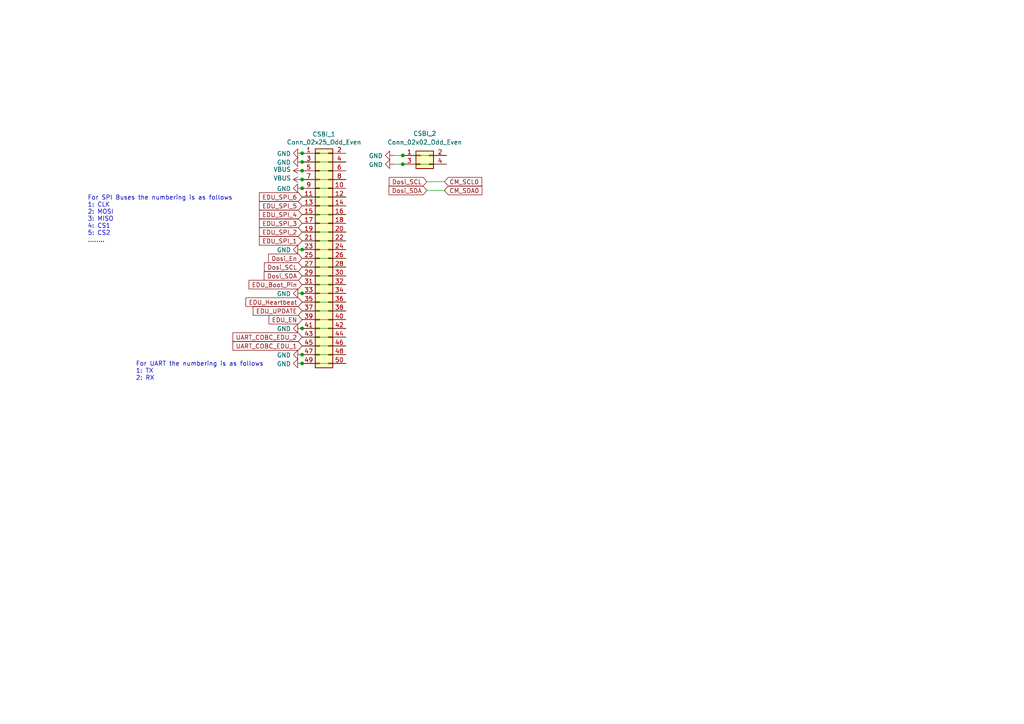
<source format=kicad_sch>
(kicad_sch (version 20230121) (generator eeschema)
  (paper "A4")
  (title_block (title "STS1_connectors") (date "21.02.2021") (rev "1.0") (company "TU Wien Space Team"))
  (lib_symbols
    (symbol "Connector_Generic:Conn_02x02_Odd_Even" (pin_names (offset 1.016) hide)
      (property "Reference" "J" (at 1.27 2.54 0))
      (property "Value" "Conn_02x02_Odd_Even" (at 1.27 -5.08 0))
      (symbol "Conn_02x02_Odd_Even_1_1"
        (rectangle (start -1.27 -2.413) (end 0 -2.667) (stroke (width 0.1524)))
        (rectangle (start -1.27 0.127) (end 0 -0.127) (stroke (width 0.1524)))
        (rectangle (start -1.27 1.27) (end 3.81 -3.81) (stroke (width 0.254)) (fill (type background)))
        (rectangle (start 3.81 -2.413) (end 2.54 -2.667) (stroke (width 0.1524)))
        (rectangle (start 3.81 0.127) (end 2.54 -0.127) (stroke (width 0.1524)))
        (pin passive line (at -5.08 0 0) (length 3.81) (name "Pin_1") (number "1"))
        (pin passive line (at 7.62 0 180) (length 3.81) (name "Pin_2") (number "2"))
        (pin passive line (at -5.08 -2.54 0) (length 3.81) (name "Pin_3") (number "3"))
        (pin passive line (at 7.62 -2.54 180) (length 3.81) (name "Pin_4") (number "4"))
      )
    )
    (symbol "Connector_Generic:Conn_02x25_Odd_Even" (pin_names (offset 1.016) hide)
      (property "Reference" "J" (at 1.27 33.02 0))
      (property "Value" "Conn_02x25_Odd_Even" (at 1.27 -33.02 0))
      (symbol "Conn_02x25_Odd_Even_1_1"
        (rectangle (start -1.27 -30.353) (end 0 -30.607) (stroke (width 0.1524)))
        (rectangle (start -1.27 -27.813) (end 0 -28.067) (stroke (width 0.1524)))
        (rectangle (start -1.27 -25.273) (end 0 -25.527) (stroke (width 0.1524)))
        (rectangle (start -1.27 -22.733) (end 0 -22.987) (stroke (width 0.1524)))
        (rectangle (start -1.27 -20.193) (end 0 -20.447) (stroke (width 0.1524)))
        (rectangle (start -1.27 -17.653) (end 0 -17.907) (stroke (width 0.1524)))
        (rectangle (start -1.27 -15.113) (end 0 -15.367) (stroke (width 0.1524)))
        (rectangle (start -1.27 -12.573) (end 0 -12.827) (stroke (width 0.1524)))
        (rectangle (start -1.27 -10.033) (end 0 -10.287) (stroke (width 0.1524)))
        (rectangle (start -1.27 -7.493) (end 0 -7.747) (stroke (width 0.1524)))
        (rectangle (start -1.27 -4.953) (end 0 -5.207) (stroke (width 0.1524)))
        (rectangle (start -1.27 -2.413) (end 0 -2.667) (stroke (width 0.1524)))
        (rectangle (start -1.27 0.127) (end 0 -0.127) (stroke (width 0.1524)))
        (rectangle (start -1.27 2.667) (end 0 2.413) (stroke (width 0.1524)))
        (rectangle (start -1.27 5.207) (end 0 4.953) (stroke (width 0.1524)))
        (rectangle (start -1.27 7.747) (end 0 7.493) (stroke (width 0.1524)))
        (rectangle (start -1.27 10.287) (end 0 10.033) (stroke (width 0.1524)))
        (rectangle (start -1.27 12.827) (end 0 12.573) (stroke (width 0.1524)))
        (rectangle (start -1.27 15.367) (end 0 15.113) (stroke (width 0.1524)))
        (rectangle (start -1.27 17.907) (end 0 17.653) (stroke (width 0.1524)))
        (rectangle (start -1.27 20.447) (end 0 20.193) (stroke (width 0.1524)))
        (rectangle (start -1.27 22.987) (end 0 22.733) (stroke (width 0.1524)))
        (rectangle (start -1.27 25.527) (end 0 25.273) (stroke (width 0.1524)))
        (rectangle (start -1.27 28.067) (end 0 27.813) (stroke (width 0.1524)))
        (rectangle (start -1.27 30.607) (end 0 30.353) (stroke (width 0.1524)))
        (rectangle (start -1.27 31.75) (end 3.81 -31.75) (stroke (width 0.254)) (fill (type background)))
        (rectangle (start 3.81 -30.353) (end 2.54 -30.607) (stroke (width 0.1524)))
        (rectangle (start 3.81 -27.813) (end 2.54 -28.067) (stroke (width 0.1524)))
        (rectangle (start 3.81 -25.273) (end 2.54 -25.527) (stroke (width 0.1524)))
        (rectangle (start 3.81 -22.733) (end 2.54 -22.987) (stroke (width 0.1524)))
        (rectangle (start 3.81 -20.193) (end 2.54 -20.447) (stroke (width 0.1524)))
        (rectangle (start 3.81 -17.653) (end 2.54 -17.907) (stroke (width 0.1524)))
        (rectangle (start 3.81 -15.113) (end 2.54 -15.367) (stroke (width 0.1524)))
        (rectangle (start 3.81 -12.573) (end 2.54 -12.827) (stroke (width 0.1524)))
        (rectangle (start 3.81 -10.033) (end 2.54 -10.287) (stroke (width 0.1524)))
        (rectangle (start 3.81 -7.493) (end 2.54 -7.747) (stroke (width 0.1524)))
        (rectangle (start 3.81 -4.953) (end 2.54 -5.207) (stroke (width 0.1524)))
        (rectangle (start 3.81 -2.413) (end 2.54 -2.667) (stroke (width 0.1524)))
        (rectangle (start 3.81 0.127) (end 2.54 -0.127) (stroke (width 0.1524)))
        (rectangle (start 3.81 2.667) (end 2.54 2.413) (stroke (width 0.1524)))
        (rectangle (start 3.81 5.207) (end 2.54 4.953) (stroke (width 0.1524)))
        (rectangle (start 3.81 7.747) (end 2.54 7.493) (stroke (width 0.1524)))
        (rectangle (start 3.81 10.287) (end 2.54 10.033) (stroke (width 0.1524)))
        (rectangle (start 3.81 12.827) (end 2.54 12.573) (stroke (width 0.1524)))
        (rectangle (start 3.81 15.367) (end 2.54 15.113) (stroke (width 0.1524)))
        (rectangle (start 3.81 17.907) (end 2.54 17.653) (stroke (width 0.1524)))
        (rectangle (start 3.81 20.447) (end 2.54 20.193) (stroke (width 0.1524)))
        (rectangle (start 3.81 22.987) (end 2.54 22.733) (stroke (width 0.1524)))
        (rectangle (start 3.81 25.527) (end 2.54 25.273) (stroke (width 0.1524)))
        (rectangle (start 3.81 28.067) (end 2.54 27.813) (stroke (width 0.1524)))
        (rectangle (start 3.81 30.607) (end 2.54 30.353) (stroke (width 0.1524)))
        (pin passive line (at -5.08 30.48 0) (length 3.81) (name "Pin_1") (number "1"))
        (pin passive line (at 7.62 20.32 180) (length 3.81) (name "Pin_10") (number "10"))
        (pin passive line (at -5.08 17.78 0) (length 3.81) (name "Pin_11") (number "11"))
        (pin passive line (at 7.62 17.78 180) (length 3.81) (name "Pin_12") (number "12"))
        (pin passive line (at -5.08 15.24 0) (length 3.81) (name "Pin_13") (number "13"))
        (pin passive line (at 7.62 15.24 180) (length 3.81) (name "Pin_14") (number "14"))
        (pin passive line (at -5.08 12.7 0) (length 3.81) (name "Pin_15") (number "15"))
        (pin passive line (at 7.62 12.7 180) (length 3.81) (name "Pin_16") (number "16"))
        (pin passive line (at -5.08 10.16 0) (length 3.81) (name "Pin_17") (number "17"))
        (pin passive line (at 7.62 10.16 180) (length 3.81) (name "Pin_18") (number "18"))
        (pin passive line (at -5.08 7.62 0) (length 3.81) (name "Pin_19") (number "19"))
        (pin passive line (at 7.62 30.48 180) (length 3.81) (name "Pin_2") (number "2"))
        (pin passive line (at 7.62 7.62 180) (length 3.81) (name "Pin_20") (number "20"))
        (pin passive line (at -5.08 5.08 0) (length 3.81) (name "Pin_21") (number "21"))
        (pin passive line (at 7.62 5.08 180) (length 3.81) (name "Pin_22") (number "22"))
        (pin passive line (at -5.08 2.54 0) (length 3.81) (name "Pin_23") (number "23"))
        (pin passive line (at 7.62 2.54 180) (length 3.81) (name "Pin_24") (number "24"))
        (pin passive line (at -5.08 0 0) (length 3.81) (name "Pin_25") (number "25"))
        (pin passive line (at 7.62 0 180) (length 3.81) (name "Pin_26") (number "26"))
        (pin passive line (at -5.08 -2.54 0) (length 3.81) (name "Pin_27") (number "27"))
        (pin passive line (at 7.62 -2.54 180) (length 3.81) (name "Pin_28") (number "28"))
        (pin passive line (at -5.08 -5.08 0) (length 3.81) (name "Pin_29") (number "29"))
        (pin passive line (at -5.08 27.94 0) (length 3.81) (name "Pin_3") (number "3"))
        (pin passive line (at 7.62 -5.08 180) (length 3.81) (name "Pin_30") (number "30"))
        (pin passive line (at -5.08 -7.62 0) (length 3.81) (name "Pin_31") (number "31"))
        (pin passive line (at 7.62 -7.62 180) (length 3.81) (name "Pin_32") (number "32"))
        (pin passive line (at -5.08 -10.16 0) (length 3.81) (name "Pin_33") (number "33"))
        (pin passive line (at 7.62 -10.16 180) (length 3.81) (name "Pin_34") (number "34"))
        (pin passive line (at -5.08 -12.7 0) (length 3.81) (name "Pin_35") (number "35"))
        (pin passive line (at 7.62 -12.7 180) (length 3.81) (name "Pin_36") (number "36"))
        (pin passive line (at -5.08 -15.24 0) (length 3.81) (name "Pin_37") (number "37"))
        (pin passive line (at 7.62 -15.24 180) (length 3.81) (name "Pin_38") (number "38"))
        (pin passive line (at -5.08 -17.78 0) (length 3.81) (name "Pin_39") (number "39"))
        (pin passive line (at 7.62 27.94 180) (length 3.81) (name "Pin_4") (number "4"))
        (pin passive line (at 7.62 -17.78 180) (length 3.81) (name "Pin_40") (number "40"))
        (pin passive line (at -5.08 -20.32 0) (length 3.81) (name "Pin_41") (number "41"))
        (pin passive line (at 7.62 -20.32 180) (length 3.81) (name "Pin_42") (number "42"))
        (pin passive line (at -5.08 -22.86 0) (length 3.81) (name "Pin_43") (number "43"))
        (pin passive line (at 7.62 -22.86 180) (length 3.81) (name "Pin_44") (number "44"))
        (pin passive line (at -5.08 -25.4 0) (length 3.81) (name "Pin_45") (number "45"))
        (pin passive line (at 7.62 -25.4 180) (length 3.81) (name "Pin_46") (number "46"))
        (pin passive line (at -5.08 -27.94 0) (length 3.81) (name "Pin_47") (number "47"))
        (pin passive line (at 7.62 -27.94 180) (length 3.81) (name "Pin_48") (number "48"))
        (pin passive line (at -5.08 -30.48 0) (length 3.81) (name "Pin_49") (number "49"))
        (pin passive line (at -5.08 25.4 0) (length 3.81) (name "Pin_5") (number "5"))
        (pin passive line (at 7.62 -30.48 180) (length 3.81) (name "Pin_50") (number "50"))
        (pin passive line (at 7.62 25.4 180) (length 3.81) (name "Pin_6") (number "6"))
        (pin passive line (at -5.08 22.86 0) (length 3.81) (name "Pin_7") (number "7"))
        (pin passive line (at 7.62 22.86 180) (length 3.81) (name "Pin_8") (number "8"))
        (pin passive line (at -5.08 20.32 0) (length 3.81) (name "Pin_9") (number "9"))
      )
    )
    (symbol "power:GND" (power) (pin_names (offset 0))
      (property "Value" "GND" (at 0 -3.81 0))
      (symbol "GND_0_1"
        (polyline (pts (xy 0 0) (xy 0 -1.27) (xy 1.27 -1.27) (xy 0 -2.54) (xy -1.27 -1.27) (xy 0 -1.27)))
      )
      (symbol "GND_1_1"
        (pin power_in line (at 0 0 270) (length 0) hide (name "GND") (number "1"))
      )
    )
    (symbol "power:VBUS" (power) (pin_names (offset 0))
      (property "Value" "VBUS" (at 0 3.81 0))
      (symbol "VBUS_0_1"
        (polyline (pts (xy -0.762 1.27) (xy 0 2.54)))
        (polyline (pts (xy 0 0) (xy 0 2.54)))
        (polyline (pts (xy 0 2.54) (xy 0.762 1.27)))
      )
      (symbol "VBUS_1_1"
        (pin power_in line (at 0 0 90) (length 0) hide (name "VBUS") (number "1"))
      )
    )
  )
  (junction (at 116.84 47.625))
  (junction (at 87.63 105.41))
  (junction (at 87.63 102.87))
  (junction (at 87.63 46.99))
  (junction (at 116.84 45.085))
  (junction (at 87.63 52.07))
  (junction (at 87.63 85.09))
  (junction (at 87.63 95.25))
  (junction (at 87.63 54.61))
  (junction (at 87.63 44.45))
  (junction (at 87.63 49.53))
  (junction (at 87.63 72.39))
  (wire (pts (xy 87.63 46.99) (xy 100.33 46.99)))
  (wire (pts (xy 87.63 97.79) (xy 100.33 97.79)))
  (wire (pts (xy 87.63 72.39) (xy 100.33 72.39)))
  (wire (pts (xy 87.63 85.09) (xy 100.33 85.09)))
  (wire (pts (xy 87.63 90.17) (xy 100.33 90.17)))
  (wire (pts (xy 128.905 52.705) (xy 123.825 52.705)))
  (wire (pts (xy 114.3 47.625) (xy 116.84 47.625)))
  (wire (pts (xy 87.63 82.55) (xy 100.33 82.55)))
  (wire (pts (xy 87.63 64.77) (xy 100.33 64.77)))
  (wire (pts (xy 87.63 62.23) (xy 100.33 62.23)))
  (wire (pts (xy 87.63 54.61) (xy 100.33 54.61)))
  (wire (pts (xy 87.63 80.01) (xy 100.33 80.01)))
  (wire (pts (xy 87.63 92.71) (xy 100.33 92.71)))
  (wire (pts (xy 87.63 74.93) (xy 100.33 74.93)))
  (wire (pts (xy 87.63 100.33) (xy 100.33 100.33)))
  (wire (pts (xy 87.63 95.25) (xy 100.33 95.25)))
  (wire (pts (xy 87.63 69.85) (xy 100.33 69.85)))
  (wire (pts (xy 87.63 67.31) (xy 100.33 67.31)))
  (wire (pts (xy 87.63 77.47) (xy 100.33 77.47)))
  (wire (pts (xy 87.63 87.63) (xy 100.33 87.63)))
  (wire (pts (xy 87.63 44.45) (xy 100.33 44.45)))
  (wire (pts (xy 116.84 47.625) (xy 129.54 47.625)))
  (wire (pts (xy 114.3 45.085) (xy 116.84 45.085)))
  (wire (pts (xy 128.905 55.245) (xy 123.825 55.245)))
  (wire (pts (xy 116.84 45.085) (xy 129.54 45.085)))
  (wire (pts (xy 87.63 52.07) (xy 100.33 52.07)))
  (wire (pts (xy 87.63 49.53) (xy 100.33 49.53)))
  (wire (pts (xy 87.63 102.87) (xy 100.33 102.87)))
  (wire (pts (xy 87.63 105.41) (xy 100.33 105.41)))
  (wire (pts (xy 87.63 57.15) (xy 100.33 57.15)))
  (wire (pts (xy 87.63 59.69) (xy 100.33 59.69)))
  (text "For SPI Buses the numbering is as follows\n1: CLK\n2: MOSI\n3: MISO\n4: CS1\n5: CS2\n........" (at 25.4 70.485 0) (effects (font (size 1.27 1.27)) (justify left bottom)))
  (text "For UART the numbering is as follows\n1: TX\n2: RX\n" (at 39.37 110.49 0) (effects (font (size 1.27 1.27)) (justify left bottom)))
  (global_label "Dosi_En" (shape input) (at 87.63 74.93 180) (property "Intersheetrefs" "${INTERSHEET_REFS}" (effects hide)))
  (global_label "EDU_SPI_2" (shape input) (at 87.63 67.31 180) (property "Intersheetrefs" "${INTERSHEET_REFS}" (effects hide)))
  (global_label "Dosi_SDA" (shape input) (at 123.825 55.245 180) (property "Intersheetrefs" "${INTERSHEET_REFS}" (effects hide)))
  (global_label "EDU_SPI_6" (shape input) (at 87.63 57.15 180) (property "Intersheetrefs" "${INTERSHEET_REFS}" (effects hide)))
  (global_label "EDU_SPI_4" (shape input) (at 87.63 62.23 180) (property "Intersheetrefs" "${INTERSHEET_REFS}" (effects hide)))
  (global_label "UART_COBC_EDU_2" (shape input) (at 87.63 97.79 180) (property "Intersheetrefs" "${INTERSHEET_REFS}" (effects hide)))
  (global_label "EDU_SPI_1" (shape input) (at 87.63 69.85 180) (property "Intersheetrefs" "${INTERSHEET_REFS}" (effects hide)))
  (global_label "Dosi_SCL" (shape input) (at 87.63 77.47 180) (property "Intersheetrefs" "${INTERSHEET_REFS}" (effects hide)))
  (global_label "EDU_Heartbeat" (shape input) (at 87.63 87.63 180) (property "Intersheetrefs" "${INTERSHEET_REFS}" (effects hide)))
  (global_label "EDU_UPDATE" (shape input) (at 87.63 90.17 180) (property "Intersheetrefs" "${INTERSHEET_REFS}" (effects hide)))
  (global_label "Dosi_SCL" (shape input) (at 123.825 52.705 180) (property "Intersheetrefs" "${INTERSHEET_REFS}" (effects hide)))
  (global_label "CM_SCL0" (shape input) (at 128.905 52.705 0) (property "Intersheetrefs" "${INTERSHEET_REFS}" (effects hide)))
  (global_label "CM_SDA0" (shape input) (at 128.905 55.245 0) (property "Intersheetrefs" "${INTERSHEET_REFS}" (effects hide)))
  (global_label "EDU_SPI_5" (shape input) (at 87.63 59.69 180) (property "Intersheetrefs" "${INTERSHEET_REFS}" (effects hide)))
  (global_label "EDU_Boot_Pin" (shape input) (at 87.63 82.55 180) (property "Intersheetrefs" "${INTERSHEET_REFS}" (effects hide)))
  (global_label "EDU_SPI_3" (shape input) (at 87.63 64.77 180) (property "Intersheetrefs" "${INTERSHEET_REFS}" (effects hide)))
  (global_label "Dosi_SDA" (shape input) (at 87.63 80.01 180) (property "Intersheetrefs" "${INTERSHEET_REFS}" (effects hide)))
  (global_label "UART_COBC_EDU_1" (shape input) (at 87.63 100.33 180) (property "Intersheetrefs" "${INTERSHEET_REFS}" (effects hide)))
  (global_label "EDU_EN" (shape input) (at 87.63 92.71 180) (property "Intersheetrefs" "${INTERSHEET_REFS}" (effects hide)))
  (symbol (lib_id "Connector_Generic:Conn_02x25_Odd_Even") (at 92.71 74.93 0) (unit 1)
    (property "Reference" "CSBI_1" (at 93.98 38.9382 0))
    (property "Value" "Conn_02x25_Odd_Even" (at 93.98 41.2496 0))
    (property "Footprint" "Connector_PinHeader_2.00mm:PinHeader_2x25_P2.00mm_Vertical" (effects hide))
  )
  (symbol (lib_id "power:GND") (at 87.63 44.45 270) (unit 1)
    (property "Reference" "#PWR0105" (effects hide))
    (property "Value" "GND" (at 84.3788 44.577 90) (effects (justify right)))
  )
  (symbol (lib_id "power:GND") (at 87.63 46.99 270) (unit 1)
    (property "Reference" "#PWR0106" (effects hide))
    (property "Value" "GND" (at 84.3788 47.117 90) (effects (justify right)))
  )
  (symbol (lib_id "power:VBUS") (at 87.63 49.53 90) (unit 1)
    (property "Reference" "#PWR0107" (effects hide))
    (property "Value" "VBUS" (at 84.4042 49.149 90) (effects (justify left)))
  )
  (symbol (lib_id "power:VBUS") (at 87.63 52.07 90) (unit 1)
    (property "Reference" "#PWR0108" (effects hide))
    (property "Value" "VBUS" (at 84.4042 51.689 90) (effects (justify left)))
  )
  (symbol (lib_id "power:GND") (at 87.63 54.61 270) (unit 1)
    (property "Reference" "#PWR0109" (effects hide))
    (property "Value" "GND" (at 84.3788 54.737 90) (effects (justify right)))
  )
  (symbol (lib_id "power:GND") (at 87.63 85.09 270) (unit 1)
    (property "Reference" "#PWR0111" (effects hide))
    (property "Value" "GND" (at 84.3788 85.217 90) (effects (justify right)))
  )
  (symbol (lib_id "power:GND") (at 87.63 102.87 270) (unit 1)
    (property "Reference" "#PWR0113" (effects hide))
    (property "Value" "GND" (at 84.3788 102.997 90) (effects (justify right)))
  )
  (symbol (lib_id "power:GND") (at 87.63 105.41 270) (unit 1)
    (property "Reference" "#PWR0114" (effects hide))
    (property "Value" "GND" (at 84.3788 105.537 90) (effects (justify right)))
  )
  (symbol (lib_id "power:GND") (at 87.63 72.39 270) (unit 1)
    (property "Reference" "#PWR0110" (effects hide))
    (property "Value" "GND" (at 84.3788 72.517 90) (effects (justify right)))
  )
  (symbol (lib_id "power:GND") (at 87.63 95.25 270) (unit 1)
    (property "Reference" "#PWR0112" (effects hide))
    (property "Value" "GND" (at 84.3788 95.377 90) (effects (justify right)))
  )
  (symbol (lib_id "Connector_Generic:Conn_02x02_Odd_Even") (at 121.92 45.085 0) (unit 1)
    (property "Reference" "CSBI_2" (at 123.19 38.735 0))
    (property "Value" "Conn_02x02_Odd_Even" (at 123.19 41.275 0))
    (property "Footprint" "Connector_PinHeader_2.00mm:PinHeader_2x02_P2.00mm_Vertical" (effects hide))
  )
  (symbol (lib_id "power:GND") (at 114.3 47.625 270) (unit 1)
    (property "Reference" "#PWR0126" (effects hide))
    (property "Value" "GND" (at 111.0488 47.752 90) (effects (justify right)))
  )
  (symbol (lib_id "power:GND") (at 114.3 45.085 270) (unit 1)
    (property "Reference" "#PWR0125" (effects hide))
    (property "Value" "GND" (at 111.0488 45.212 90) (effects (justify right)))
  )
)
</source>
